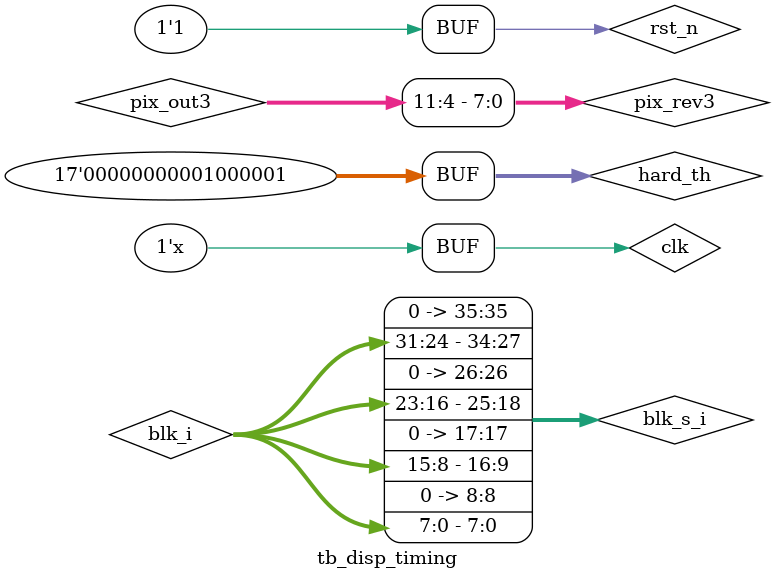
<source format=v>
module tb_disp_timing ();
//************************************************************************//
// signals
    parameter  WIDTH0 = 8;// raw 8bit fixed integer
    parameter  WIDTH1 = 11;// 1 signed bit + 10bit fixed integer
    parameter  WIDTH2 = 13;// 1 signed bit + 12bit fixed integer
    // disp_timing_ctrl Inputs
    reg                 clk;
    reg                 rst_n;
    reg                 blk_valid;
    reg  [31:0]         blk_i;
    reg  [2:0]          cnt;
    reg  [31:0]         buffer[7:0];

    wire [4*WIDTH2-1:0] pix_i;
    wire                f_pix_ovalid;
    wire                r_pix_ovalid;

    wire                f_blk_ovalid;

    wire [35:0]         blk_s_i;

    wire [16:0]         pix_out0;
    wire [16:0]         pix_out1;
    wire [16:0]         pix_out2;
    wire [16:0]         pix_out3;
    wire [7:0]          pix_rev0;
    wire [7:0]          pix_rev1;
    wire [7:0]          pix_rev2;
    wire [7:0]          pix_rev3;
    reg  [16:0]         hard_th = 65;//2.7sigma
//************************************************************************//
// clk
    initial begin
        clk = 0;
        rst_n = 1;
        #25 rst_n = 0;
        #200 rst_n = 1;
    end 

    always #50 clk = !clk;
//************************************************************************//
    always @(posedge clk or negedge rst_n) begin
        if (!rst_n) begin
            blk_valid <= 0;
            cnt <= 0;
        end
        else begin
            blk_valid <= 1;
            cnt <= cnt + 1;
        end
    end

    initial begin
        buffer[0] = 32'h01008080;
        buffer[1] = 32'h01008080;
        buffer[2] = 32'h01008080;
        buffer[3] = 32'h02018080;
        buffer[4] = 32'h03028080;
        buffer[5] = 32'h04038080;
        buffer[6] = 32'h05048080;
        buffer[7] = 32'h06058080;
    end

    always @(posedge clk or negedge rst_n) begin
        if (!rst_n) begin
            blk_i <= 0;
        end
        else begin
            blk_i <= buffer[cnt];
        end
    end
//************************************************************************//
    assign blk_s_i[35:0] = {1'b0,blk_i[31:24],1'b0,blk_i[23:16],1'b0,blk_i[15:8],1'b0,blk_i[7:0]};

// wht forward
    wht_2d #(
        .WIDTH0(9),//Extended symbol bit
        .WIDTH1(11),
        .WIDTH2(13)
    )u_wht_2d_forward(
        .clk(clk),
        .rst_n(rst_n),
        .blk_i(blk_s_i),
        .blk_valid(blk_valid),
        .pix_out0(pix_i[1*WIDTH2-1:0*WIDTH2]),
        .pix_out1(pix_i[2*WIDTH2-1:1*WIDTH2]),
        .pix_out2(pix_i[3*WIDTH2-1:2*WIDTH2]),
        .pix_out3(pix_i[4*WIDTH2-1:3*WIDTH2]),
        .pix_ovalid(f_pix_ovalid)
    );

//************************************************************************//
    wht_1d #(
        .WIDTH0(13),// 1 signed bit + 12bit fixed integer
        .WIDTH2(17) 
    )u_wht_1d_forward(
        .clk(clk),
        .rst_n(rst_n),
        .hard_th(hard_th),
        .blk_i0(pix_i[1*WIDTH2-1:0*WIDTH2]),
        .blk_i1(1),
        .blk_i2(2),
        .blk_i3(3),
        .blk_i4(4),
        .blk_i5(5),
        .blk_i6(6),
        .blk_i7(7),
        .blk_i8(8),
        .blk_i9(9),
        .blk_i10(0),
        .blk_i11(1),
        .blk_i12(2),
        .blk_i13(3),
        .blk_i14(4),
        .blk_i15(5),
        .blk_ivalid(f_pix_ovalid),
        .blk_o0(blk_o0),
        .blk_o1(blk_o1),
        .blk_o2(blk_o2),
        .blk_o3(blk_o3),
        .blk_o4(blk_o4),
        .blk_o5(blk_o5),
        .blk_o6(blk_o6),
        .blk_o7(blk_o7),
        .blk_o8(blk_o8),
        .blk_o9(blk_o9),
        .blk_o10(blk_o10),
        .blk_o11(blk_o11),
        .blk_o12(blk_o12),
        .blk_o13(blk_o13),
        .blk_o14(blk_o14),
        .blk_o15(blk_o15),
        .blk_ovalid(f_blk_ovalid)
    );



//************************************************************************//
//************************************************************************//
// wht reverse
    wht_2d #(
        .WIDTH0(13), //1 + 12integer
        .WIDTH1(15), //1 + 14integer
        .WIDTH2(17)  //1 + 16integer
    )u_wht_2d_reverse(
        .clk(clk),
        .rst_n(rst_n),
        .blk_i(pix_i),
        .blk_valid(f_pix_ovalid),
        .pix_out0(pix_out0),
        .pix_out1(pix_out1),
        .pix_out2(pix_out2),
        .pix_out3(pix_out3),
        .pix_ovalid(r_pix_ovalid)
    );

    assign pix_rev0 = pix_out0[11:4];// ¡Â 16, take first 8-bit
    assign pix_rev1 = pix_out1[11:4];// ¡Â 16
    assign pix_rev2 = pix_out2[11:4];// ¡Â 16
    assign pix_rev3 = pix_out3[11:4];// ¡Â 16

endmodule //tb_disp_timing
</source>
